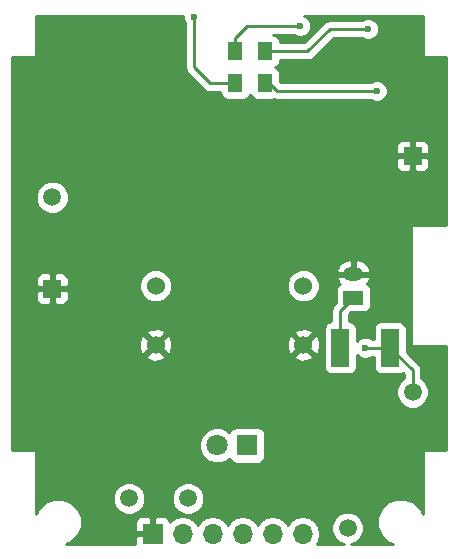
<source format=gbr>
G04 #@! TF.FileFunction,Copper,L2,Bot,Signal*
%FSLAX46Y46*%
G04 Gerber Fmt 4.6, Leading zero omitted, Abs format (unit mm)*
G04 Created by KiCad (PCBNEW 4.0.7-e2-6376~58~ubuntu16.04.1) date Sun Nov  4 15:38:29 2018*
%MOMM*%
%LPD*%
G01*
G04 APERTURE LIST*
%ADD10C,0.100000*%
%ADD11R,1.700000X1.200000*%
%ADD12O,1.700000X1.200000*%
%ADD13R,1.500000X3.200000*%
%ADD14R,1.800000X1.800000*%
%ADD15C,1.800000*%
%ADD16R,1.700000X1.700000*%
%ADD17O,1.700000X1.700000*%
%ADD18C,1.524000*%
%ADD19R,1.300000X1.500000*%
%ADD20R,1.500000X1.500000*%
%ADD21C,1.500000*%
%ADD22C,0.600000*%
%ADD23C,0.250000*%
%ADD24C,0.254000*%
G04 APERTURE END LIST*
D10*
D11*
X111000000Y-97000000D03*
D12*
X111000000Y-95000000D03*
D13*
X114100000Y-101250000D03*
X109900000Y-101250000D03*
D14*
X102000000Y-109500000D03*
D15*
X99460000Y-109500000D03*
D16*
X94000000Y-117000000D03*
D17*
X96540000Y-117000000D03*
X99080000Y-117000000D03*
X101620000Y-117000000D03*
X104160000Y-117000000D03*
X106700000Y-117000000D03*
D18*
X106750000Y-96000000D03*
X94250000Y-96000000D03*
X94250000Y-101000000D03*
X106750000Y-101000000D03*
D19*
X103500000Y-76150000D03*
X103500000Y-78850000D03*
X101000000Y-78850000D03*
X101000000Y-76150000D03*
D20*
X116000000Y-85000000D03*
D21*
X92000000Y-114000000D03*
D20*
X85500000Y-96250000D03*
D21*
X85500000Y-88500000D03*
X116000000Y-105000000D03*
X110500000Y-116500000D03*
X97000000Y-114000000D03*
D22*
X93250000Y-107750000D03*
X108000000Y-112500000D03*
X111000000Y-92000000D03*
X106000000Y-108000000D03*
X106000000Y-90000000D03*
X112000000Y-101250000D03*
X113000000Y-79500000D03*
X106500000Y-74000000D03*
X112250000Y-74250000D03*
X97500000Y-73250000D03*
D23*
X116000000Y-105000000D02*
X116000000Y-103150000D01*
X116000000Y-103150000D02*
X114100000Y-101250000D01*
X114100000Y-101250000D02*
X112000000Y-101250000D01*
X103500000Y-78850000D02*
X103850000Y-78850000D01*
X103850000Y-78850000D02*
X104500000Y-79500000D01*
X104500000Y-79500000D02*
X113000000Y-79500000D01*
X101000000Y-76150000D02*
X101000000Y-75000000D01*
X102000000Y-74000000D02*
X106500000Y-74000000D01*
X101000000Y-75000000D02*
X102000000Y-74000000D01*
X109900000Y-101250000D02*
X109900000Y-98100000D01*
X109900000Y-98100000D02*
X111000000Y-97000000D01*
X107100000Y-76150000D02*
X103500000Y-76150000D01*
X109000000Y-74250000D02*
X107100000Y-76150000D01*
X112250000Y-74250000D02*
X109000000Y-74250000D01*
X98850000Y-78850000D02*
X101000000Y-78850000D01*
X97500000Y-77500000D02*
X98850000Y-78850000D01*
X97500000Y-73250000D02*
X97500000Y-77500000D01*
D24*
G36*
X96564838Y-73435167D02*
X96706883Y-73778943D01*
X96740000Y-73812118D01*
X96740000Y-77500000D01*
X96797852Y-77790839D01*
X96962599Y-78037401D01*
X98312599Y-79387401D01*
X98559160Y-79552148D01*
X98850000Y-79610000D01*
X99704442Y-79610000D01*
X99746838Y-79835317D01*
X99885910Y-80051441D01*
X100098110Y-80196431D01*
X100350000Y-80247440D01*
X101650000Y-80247440D01*
X101885317Y-80203162D01*
X102101441Y-80064090D01*
X102246431Y-79851890D01*
X102249081Y-79838803D01*
X102385910Y-80051441D01*
X102598110Y-80196431D01*
X102850000Y-80247440D01*
X104150000Y-80247440D01*
X104297412Y-80219702D01*
X104500000Y-80260000D01*
X112437537Y-80260000D01*
X112469673Y-80292192D01*
X112813201Y-80434838D01*
X113185167Y-80435162D01*
X113528943Y-80293117D01*
X113792192Y-80030327D01*
X113934838Y-79686799D01*
X113935162Y-79314833D01*
X113793117Y-78971057D01*
X113530327Y-78707808D01*
X113186799Y-78565162D01*
X112814833Y-78564838D01*
X112471057Y-78706883D01*
X112437882Y-78740000D01*
X104814802Y-78740000D01*
X104797440Y-78722638D01*
X104797440Y-78100000D01*
X104753162Y-77864683D01*
X104614090Y-77648559D01*
X104401890Y-77503569D01*
X104388803Y-77500919D01*
X104601441Y-77364090D01*
X104746431Y-77151890D01*
X104795415Y-76910000D01*
X107100000Y-76910000D01*
X107390839Y-76852148D01*
X107637401Y-76687401D01*
X109314802Y-75010000D01*
X111687537Y-75010000D01*
X111719673Y-75042192D01*
X112063201Y-75184838D01*
X112435167Y-75185162D01*
X112778943Y-75043117D01*
X113042192Y-74780327D01*
X113184838Y-74436799D01*
X113185162Y-74064833D01*
X113043117Y-73721057D01*
X112780327Y-73457808D01*
X112436799Y-73315162D01*
X112064833Y-73314838D01*
X111721057Y-73456883D01*
X111687882Y-73490000D01*
X109000000Y-73490000D01*
X108709161Y-73547852D01*
X108462599Y-73712599D01*
X106785198Y-75390000D01*
X104795558Y-75390000D01*
X104753162Y-75164683D01*
X104614090Y-74948559D01*
X104401890Y-74803569D01*
X104186740Y-74760000D01*
X105937537Y-74760000D01*
X105969673Y-74792192D01*
X106313201Y-74934838D01*
X106685167Y-74935162D01*
X107028943Y-74793117D01*
X107292192Y-74530327D01*
X107434838Y-74186799D01*
X107435162Y-73814833D01*
X107293117Y-73471057D01*
X107030327Y-73207808D01*
X106835721Y-73127000D01*
X116873000Y-73127000D01*
X116873000Y-76500000D01*
X116883006Y-76549410D01*
X116911447Y-76591035D01*
X116953841Y-76618315D01*
X117000000Y-76627000D01*
X118873000Y-76627000D01*
X118873000Y-90873000D01*
X116000000Y-90873000D01*
X115950590Y-90883006D01*
X115908965Y-90911447D01*
X115881685Y-90953841D01*
X115873000Y-91000000D01*
X115873000Y-101000000D01*
X115883006Y-101049410D01*
X115911447Y-101091035D01*
X115953841Y-101118315D01*
X116000000Y-101127000D01*
X118873000Y-101127000D01*
X118873000Y-109873000D01*
X117000000Y-109873000D01*
X116950590Y-109883006D01*
X116908965Y-109911447D01*
X116881685Y-109953841D01*
X116873000Y-110000000D01*
X116873000Y-115335000D01*
X116683782Y-114877057D01*
X116125880Y-114318181D01*
X115396573Y-114015346D01*
X114606891Y-114014657D01*
X113877057Y-114316218D01*
X113318181Y-114874120D01*
X113015346Y-115603427D01*
X113014657Y-116393109D01*
X113316218Y-117122943D01*
X113874120Y-117681819D01*
X114334535Y-117873000D01*
X110803908Y-117873000D01*
X111283515Y-117674831D01*
X111673461Y-117285564D01*
X111884759Y-116776702D01*
X111885240Y-116225715D01*
X111674831Y-115716485D01*
X111285564Y-115326539D01*
X110776702Y-115115241D01*
X110225715Y-115114760D01*
X109716485Y-115325169D01*
X109326539Y-115714436D01*
X109115241Y-116223298D01*
X109114760Y-116774285D01*
X109325169Y-117283515D01*
X109714436Y-117673461D01*
X110194979Y-117873000D01*
X107887797Y-117873000D01*
X108071961Y-117597378D01*
X108185000Y-117029093D01*
X108185000Y-116970907D01*
X108071961Y-116402622D01*
X107750054Y-115920853D01*
X107268285Y-115598946D01*
X106700000Y-115485907D01*
X106131715Y-115598946D01*
X105649946Y-115920853D01*
X105430000Y-116250026D01*
X105210054Y-115920853D01*
X104728285Y-115598946D01*
X104160000Y-115485907D01*
X103591715Y-115598946D01*
X103109946Y-115920853D01*
X102890000Y-116250026D01*
X102670054Y-115920853D01*
X102188285Y-115598946D01*
X101620000Y-115485907D01*
X101051715Y-115598946D01*
X100569946Y-115920853D01*
X100350000Y-116250026D01*
X100130054Y-115920853D01*
X99648285Y-115598946D01*
X99080000Y-115485907D01*
X98511715Y-115598946D01*
X98029946Y-115920853D01*
X97810000Y-116250026D01*
X97590054Y-115920853D01*
X97108285Y-115598946D01*
X96540000Y-115485907D01*
X95971715Y-115598946D01*
X95489946Y-115920853D01*
X95460597Y-115964777D01*
X95388327Y-115790302D01*
X95209699Y-115611673D01*
X94976310Y-115515000D01*
X94285750Y-115515000D01*
X94127000Y-115673750D01*
X94127000Y-116873000D01*
X94147000Y-116873000D01*
X94147000Y-117127000D01*
X94127000Y-117127000D01*
X94127000Y-117147000D01*
X93873000Y-117147000D01*
X93873000Y-117127000D01*
X92673750Y-117127000D01*
X92515000Y-117285750D01*
X92515000Y-117873000D01*
X86665000Y-117873000D01*
X87122943Y-117683782D01*
X87681819Y-117125880D01*
X87984654Y-116396573D01*
X87984979Y-116023691D01*
X92515000Y-116023691D01*
X92515000Y-116714250D01*
X92673750Y-116873000D01*
X93873000Y-116873000D01*
X93873000Y-115673750D01*
X93714250Y-115515000D01*
X93023690Y-115515000D01*
X92790301Y-115611673D01*
X92611673Y-115790302D01*
X92515000Y-116023691D01*
X87984979Y-116023691D01*
X87985343Y-115606891D01*
X87683782Y-114877057D01*
X87125880Y-114318181D01*
X87020167Y-114274285D01*
X90614760Y-114274285D01*
X90825169Y-114783515D01*
X91214436Y-115173461D01*
X91723298Y-115384759D01*
X92274285Y-115385240D01*
X92783515Y-115174831D01*
X93173461Y-114785564D01*
X93384759Y-114276702D01*
X93384761Y-114274285D01*
X95614760Y-114274285D01*
X95825169Y-114783515D01*
X96214436Y-115173461D01*
X96723298Y-115384759D01*
X97274285Y-115385240D01*
X97783515Y-115174831D01*
X98173461Y-114785564D01*
X98384759Y-114276702D01*
X98385240Y-113725715D01*
X98174831Y-113216485D01*
X97785564Y-112826539D01*
X97276702Y-112615241D01*
X96725715Y-112614760D01*
X96216485Y-112825169D01*
X95826539Y-113214436D01*
X95615241Y-113723298D01*
X95614760Y-114274285D01*
X93384761Y-114274285D01*
X93385240Y-113725715D01*
X93174831Y-113216485D01*
X92785564Y-112826539D01*
X92276702Y-112615241D01*
X91725715Y-112614760D01*
X91216485Y-112825169D01*
X90826539Y-113214436D01*
X90615241Y-113723298D01*
X90614760Y-114274285D01*
X87020167Y-114274285D01*
X86396573Y-114015346D01*
X85606891Y-114014657D01*
X84877057Y-114316218D01*
X84318181Y-114874120D01*
X84127000Y-115334535D01*
X84127000Y-110000000D01*
X84116994Y-109950590D01*
X84088553Y-109908965D01*
X84046159Y-109881685D01*
X84000000Y-109873000D01*
X82127000Y-109873000D01*
X82127000Y-109803991D01*
X97924735Y-109803991D01*
X98157932Y-110368371D01*
X98589357Y-110800551D01*
X99153330Y-111034733D01*
X99763991Y-111035265D01*
X100328371Y-110802068D01*
X100496613Y-110634120D01*
X100496838Y-110635317D01*
X100635910Y-110851441D01*
X100848110Y-110996431D01*
X101100000Y-111047440D01*
X102900000Y-111047440D01*
X103135317Y-111003162D01*
X103351441Y-110864090D01*
X103496431Y-110651890D01*
X103547440Y-110400000D01*
X103547440Y-108600000D01*
X103503162Y-108364683D01*
X103364090Y-108148559D01*
X103151890Y-108003569D01*
X102900000Y-107952560D01*
X101100000Y-107952560D01*
X100864683Y-107996838D01*
X100648559Y-108135910D01*
X100503569Y-108348110D01*
X100499433Y-108368534D01*
X100330643Y-108199449D01*
X99766670Y-107965267D01*
X99156009Y-107964735D01*
X98591629Y-108197932D01*
X98159449Y-108629357D01*
X97925267Y-109193330D01*
X97924735Y-109803991D01*
X82127000Y-109803991D01*
X82127000Y-101980213D01*
X93449392Y-101980213D01*
X93518857Y-102222397D01*
X94042302Y-102409144D01*
X94597368Y-102381362D01*
X94981143Y-102222397D01*
X95050608Y-101980213D01*
X105949392Y-101980213D01*
X106018857Y-102222397D01*
X106542302Y-102409144D01*
X107097368Y-102381362D01*
X107481143Y-102222397D01*
X107550608Y-101980213D01*
X106750000Y-101179605D01*
X105949392Y-101980213D01*
X95050608Y-101980213D01*
X94250000Y-101179605D01*
X93449392Y-101980213D01*
X82127000Y-101980213D01*
X82127000Y-100792302D01*
X92840856Y-100792302D01*
X92868638Y-101347368D01*
X93027603Y-101731143D01*
X93269787Y-101800608D01*
X94070395Y-101000000D01*
X94429605Y-101000000D01*
X95230213Y-101800608D01*
X95472397Y-101731143D01*
X95659144Y-101207698D01*
X95638353Y-100792302D01*
X105340856Y-100792302D01*
X105368638Y-101347368D01*
X105527603Y-101731143D01*
X105769787Y-101800608D01*
X106570395Y-101000000D01*
X106929605Y-101000000D01*
X107730213Y-101800608D01*
X107972397Y-101731143D01*
X108159144Y-101207698D01*
X108131362Y-100652632D01*
X107972397Y-100268857D01*
X107730213Y-100199392D01*
X106929605Y-101000000D01*
X106570395Y-101000000D01*
X105769787Y-100199392D01*
X105527603Y-100268857D01*
X105340856Y-100792302D01*
X95638353Y-100792302D01*
X95631362Y-100652632D01*
X95472397Y-100268857D01*
X95230213Y-100199392D01*
X94429605Y-101000000D01*
X94070395Y-101000000D01*
X93269787Y-100199392D01*
X93027603Y-100268857D01*
X92840856Y-100792302D01*
X82127000Y-100792302D01*
X82127000Y-100019787D01*
X93449392Y-100019787D01*
X94250000Y-100820395D01*
X95050608Y-100019787D01*
X105949392Y-100019787D01*
X106750000Y-100820395D01*
X107550608Y-100019787D01*
X107481143Y-99777603D01*
X107123477Y-99650000D01*
X108502560Y-99650000D01*
X108502560Y-102850000D01*
X108546838Y-103085317D01*
X108685910Y-103301441D01*
X108898110Y-103446431D01*
X109150000Y-103497440D01*
X110650000Y-103497440D01*
X110885317Y-103453162D01*
X111101441Y-103314090D01*
X111246431Y-103101890D01*
X111297440Y-102850000D01*
X111297440Y-101869658D01*
X111469673Y-102042192D01*
X111813201Y-102184838D01*
X112185167Y-102185162D01*
X112528943Y-102043117D01*
X112562118Y-102010000D01*
X112702560Y-102010000D01*
X112702560Y-102850000D01*
X112746838Y-103085317D01*
X112885910Y-103301441D01*
X113098110Y-103446431D01*
X113350000Y-103497440D01*
X114850000Y-103497440D01*
X115085317Y-103453162D01*
X115172354Y-103397156D01*
X115240000Y-103464802D01*
X115240000Y-103815453D01*
X115216485Y-103825169D01*
X114826539Y-104214436D01*
X114615241Y-104723298D01*
X114614760Y-105274285D01*
X114825169Y-105783515D01*
X115214436Y-106173461D01*
X115723298Y-106384759D01*
X116274285Y-106385240D01*
X116783515Y-106174831D01*
X117173461Y-105785564D01*
X117384759Y-105276702D01*
X117385240Y-104725715D01*
X117174831Y-104216485D01*
X116785564Y-103826539D01*
X116760000Y-103815924D01*
X116760000Y-103150000D01*
X116702148Y-102859161D01*
X116537401Y-102612599D01*
X115497440Y-101572638D01*
X115497440Y-99650000D01*
X115453162Y-99414683D01*
X115314090Y-99198559D01*
X115101890Y-99053569D01*
X114850000Y-99002560D01*
X113350000Y-99002560D01*
X113114683Y-99046838D01*
X112898559Y-99185910D01*
X112753569Y-99398110D01*
X112702560Y-99650000D01*
X112702560Y-100490000D01*
X112562463Y-100490000D01*
X112530327Y-100457808D01*
X112186799Y-100315162D01*
X111814833Y-100314838D01*
X111471057Y-100456883D01*
X111297440Y-100630197D01*
X111297440Y-99650000D01*
X111253162Y-99414683D01*
X111114090Y-99198559D01*
X110901890Y-99053569D01*
X110660000Y-99004585D01*
X110660000Y-98414802D01*
X110827362Y-98247440D01*
X111850000Y-98247440D01*
X112085317Y-98203162D01*
X112301441Y-98064090D01*
X112446431Y-97851890D01*
X112497440Y-97600000D01*
X112497440Y-96400000D01*
X112453162Y-96164683D01*
X112314090Y-95948559D01*
X112161691Y-95844429D01*
X112181933Y-95829125D01*
X112428286Y-95409376D01*
X112443462Y-95317609D01*
X112318731Y-95127000D01*
X111127000Y-95127000D01*
X111127000Y-95147000D01*
X110873000Y-95147000D01*
X110873000Y-95127000D01*
X109681269Y-95127000D01*
X109556538Y-95317609D01*
X109571714Y-95409376D01*
X109818067Y-95829125D01*
X109839420Y-95845269D01*
X109698559Y-95935910D01*
X109553569Y-96148110D01*
X109502560Y-96400000D01*
X109502560Y-97422638D01*
X109362599Y-97562599D01*
X109197852Y-97809161D01*
X109140000Y-98100000D01*
X109140000Y-99004442D01*
X108914683Y-99046838D01*
X108698559Y-99185910D01*
X108553569Y-99398110D01*
X108502560Y-99650000D01*
X107123477Y-99650000D01*
X106957698Y-99590856D01*
X106402632Y-99618638D01*
X106018857Y-99777603D01*
X105949392Y-100019787D01*
X95050608Y-100019787D01*
X94981143Y-99777603D01*
X94457698Y-99590856D01*
X93902632Y-99618638D01*
X93518857Y-99777603D01*
X93449392Y-100019787D01*
X82127000Y-100019787D01*
X82127000Y-96535750D01*
X84115000Y-96535750D01*
X84115000Y-97126310D01*
X84211673Y-97359699D01*
X84390302Y-97538327D01*
X84623691Y-97635000D01*
X85214250Y-97635000D01*
X85373000Y-97476250D01*
X85373000Y-96377000D01*
X85627000Y-96377000D01*
X85627000Y-97476250D01*
X85785750Y-97635000D01*
X86376309Y-97635000D01*
X86609698Y-97538327D01*
X86788327Y-97359699D01*
X86885000Y-97126310D01*
X86885000Y-96535750D01*
X86726250Y-96377000D01*
X85627000Y-96377000D01*
X85373000Y-96377000D01*
X84273750Y-96377000D01*
X84115000Y-96535750D01*
X82127000Y-96535750D01*
X82127000Y-96276661D01*
X92852758Y-96276661D01*
X93064990Y-96790303D01*
X93457630Y-97183629D01*
X93970900Y-97396757D01*
X94526661Y-97397242D01*
X95040303Y-97185010D01*
X95433629Y-96792370D01*
X95646757Y-96279100D01*
X95646759Y-96276661D01*
X105352758Y-96276661D01*
X105564990Y-96790303D01*
X105957630Y-97183629D01*
X106470900Y-97396757D01*
X107026661Y-97397242D01*
X107540303Y-97185010D01*
X107933629Y-96792370D01*
X108146757Y-96279100D01*
X108147242Y-95723339D01*
X107935010Y-95209697D01*
X107542370Y-94816371D01*
X107219710Y-94682391D01*
X109556538Y-94682391D01*
X109681269Y-94873000D01*
X110873000Y-94873000D01*
X110873000Y-93917453D01*
X111127000Y-93917453D01*
X111127000Y-94873000D01*
X112318731Y-94873000D01*
X112443462Y-94682391D01*
X112428286Y-94590624D01*
X112181933Y-94170875D01*
X111793701Y-93877353D01*
X111322696Y-93754744D01*
X111127000Y-93917453D01*
X110873000Y-93917453D01*
X110677304Y-93754744D01*
X110206299Y-93877353D01*
X109818067Y-94170875D01*
X109571714Y-94590624D01*
X109556538Y-94682391D01*
X107219710Y-94682391D01*
X107029100Y-94603243D01*
X106473339Y-94602758D01*
X105959697Y-94814990D01*
X105566371Y-95207630D01*
X105353243Y-95720900D01*
X105352758Y-96276661D01*
X95646759Y-96276661D01*
X95647242Y-95723339D01*
X95435010Y-95209697D01*
X95042370Y-94816371D01*
X94529100Y-94603243D01*
X93973339Y-94602758D01*
X93459697Y-94814990D01*
X93066371Y-95207630D01*
X92853243Y-95720900D01*
X92852758Y-96276661D01*
X82127000Y-96276661D01*
X82127000Y-95373690D01*
X84115000Y-95373690D01*
X84115000Y-95964250D01*
X84273750Y-96123000D01*
X85373000Y-96123000D01*
X85373000Y-95023750D01*
X85627000Y-95023750D01*
X85627000Y-96123000D01*
X86726250Y-96123000D01*
X86885000Y-95964250D01*
X86885000Y-95373690D01*
X86788327Y-95140301D01*
X86609698Y-94961673D01*
X86376309Y-94865000D01*
X85785750Y-94865000D01*
X85627000Y-95023750D01*
X85373000Y-95023750D01*
X85214250Y-94865000D01*
X84623691Y-94865000D01*
X84390302Y-94961673D01*
X84211673Y-95140301D01*
X84115000Y-95373690D01*
X82127000Y-95373690D01*
X82127000Y-88774285D01*
X84114760Y-88774285D01*
X84325169Y-89283515D01*
X84714436Y-89673461D01*
X85223298Y-89884759D01*
X85774285Y-89885240D01*
X86283515Y-89674831D01*
X86673461Y-89285564D01*
X86884759Y-88776702D01*
X86885240Y-88225715D01*
X86674831Y-87716485D01*
X86285564Y-87326539D01*
X85776702Y-87115241D01*
X85225715Y-87114760D01*
X84716485Y-87325169D01*
X84326539Y-87714436D01*
X84115241Y-88223298D01*
X84114760Y-88774285D01*
X82127000Y-88774285D01*
X82127000Y-85285750D01*
X114615000Y-85285750D01*
X114615000Y-85876310D01*
X114711673Y-86109699D01*
X114890302Y-86288327D01*
X115123691Y-86385000D01*
X115714250Y-86385000D01*
X115873000Y-86226250D01*
X115873000Y-85127000D01*
X116127000Y-85127000D01*
X116127000Y-86226250D01*
X116285750Y-86385000D01*
X116876309Y-86385000D01*
X117109698Y-86288327D01*
X117288327Y-86109699D01*
X117385000Y-85876310D01*
X117385000Y-85285750D01*
X117226250Y-85127000D01*
X116127000Y-85127000D01*
X115873000Y-85127000D01*
X114773750Y-85127000D01*
X114615000Y-85285750D01*
X82127000Y-85285750D01*
X82127000Y-84123690D01*
X114615000Y-84123690D01*
X114615000Y-84714250D01*
X114773750Y-84873000D01*
X115873000Y-84873000D01*
X115873000Y-83773750D01*
X116127000Y-83773750D01*
X116127000Y-84873000D01*
X117226250Y-84873000D01*
X117385000Y-84714250D01*
X117385000Y-84123690D01*
X117288327Y-83890301D01*
X117109698Y-83711673D01*
X116876309Y-83615000D01*
X116285750Y-83615000D01*
X116127000Y-83773750D01*
X115873000Y-83773750D01*
X115714250Y-83615000D01*
X115123691Y-83615000D01*
X114890302Y-83711673D01*
X114711673Y-83890301D01*
X114615000Y-84123690D01*
X82127000Y-84123690D01*
X82127000Y-76627000D01*
X84000000Y-76627000D01*
X84049410Y-76616994D01*
X84091035Y-76588553D01*
X84118315Y-76546159D01*
X84127000Y-76500000D01*
X84127000Y-73127000D01*
X96565106Y-73127000D01*
X96564838Y-73435167D01*
X96564838Y-73435167D01*
G37*
X96564838Y-73435167D02*
X96706883Y-73778943D01*
X96740000Y-73812118D01*
X96740000Y-77500000D01*
X96797852Y-77790839D01*
X96962599Y-78037401D01*
X98312599Y-79387401D01*
X98559160Y-79552148D01*
X98850000Y-79610000D01*
X99704442Y-79610000D01*
X99746838Y-79835317D01*
X99885910Y-80051441D01*
X100098110Y-80196431D01*
X100350000Y-80247440D01*
X101650000Y-80247440D01*
X101885317Y-80203162D01*
X102101441Y-80064090D01*
X102246431Y-79851890D01*
X102249081Y-79838803D01*
X102385910Y-80051441D01*
X102598110Y-80196431D01*
X102850000Y-80247440D01*
X104150000Y-80247440D01*
X104297412Y-80219702D01*
X104500000Y-80260000D01*
X112437537Y-80260000D01*
X112469673Y-80292192D01*
X112813201Y-80434838D01*
X113185167Y-80435162D01*
X113528943Y-80293117D01*
X113792192Y-80030327D01*
X113934838Y-79686799D01*
X113935162Y-79314833D01*
X113793117Y-78971057D01*
X113530327Y-78707808D01*
X113186799Y-78565162D01*
X112814833Y-78564838D01*
X112471057Y-78706883D01*
X112437882Y-78740000D01*
X104814802Y-78740000D01*
X104797440Y-78722638D01*
X104797440Y-78100000D01*
X104753162Y-77864683D01*
X104614090Y-77648559D01*
X104401890Y-77503569D01*
X104388803Y-77500919D01*
X104601441Y-77364090D01*
X104746431Y-77151890D01*
X104795415Y-76910000D01*
X107100000Y-76910000D01*
X107390839Y-76852148D01*
X107637401Y-76687401D01*
X109314802Y-75010000D01*
X111687537Y-75010000D01*
X111719673Y-75042192D01*
X112063201Y-75184838D01*
X112435167Y-75185162D01*
X112778943Y-75043117D01*
X113042192Y-74780327D01*
X113184838Y-74436799D01*
X113185162Y-74064833D01*
X113043117Y-73721057D01*
X112780327Y-73457808D01*
X112436799Y-73315162D01*
X112064833Y-73314838D01*
X111721057Y-73456883D01*
X111687882Y-73490000D01*
X109000000Y-73490000D01*
X108709161Y-73547852D01*
X108462599Y-73712599D01*
X106785198Y-75390000D01*
X104795558Y-75390000D01*
X104753162Y-75164683D01*
X104614090Y-74948559D01*
X104401890Y-74803569D01*
X104186740Y-74760000D01*
X105937537Y-74760000D01*
X105969673Y-74792192D01*
X106313201Y-74934838D01*
X106685167Y-74935162D01*
X107028943Y-74793117D01*
X107292192Y-74530327D01*
X107434838Y-74186799D01*
X107435162Y-73814833D01*
X107293117Y-73471057D01*
X107030327Y-73207808D01*
X106835721Y-73127000D01*
X116873000Y-73127000D01*
X116873000Y-76500000D01*
X116883006Y-76549410D01*
X116911447Y-76591035D01*
X116953841Y-76618315D01*
X117000000Y-76627000D01*
X118873000Y-76627000D01*
X118873000Y-90873000D01*
X116000000Y-90873000D01*
X115950590Y-90883006D01*
X115908965Y-90911447D01*
X115881685Y-90953841D01*
X115873000Y-91000000D01*
X115873000Y-101000000D01*
X115883006Y-101049410D01*
X115911447Y-101091035D01*
X115953841Y-101118315D01*
X116000000Y-101127000D01*
X118873000Y-101127000D01*
X118873000Y-109873000D01*
X117000000Y-109873000D01*
X116950590Y-109883006D01*
X116908965Y-109911447D01*
X116881685Y-109953841D01*
X116873000Y-110000000D01*
X116873000Y-115335000D01*
X116683782Y-114877057D01*
X116125880Y-114318181D01*
X115396573Y-114015346D01*
X114606891Y-114014657D01*
X113877057Y-114316218D01*
X113318181Y-114874120D01*
X113015346Y-115603427D01*
X113014657Y-116393109D01*
X113316218Y-117122943D01*
X113874120Y-117681819D01*
X114334535Y-117873000D01*
X110803908Y-117873000D01*
X111283515Y-117674831D01*
X111673461Y-117285564D01*
X111884759Y-116776702D01*
X111885240Y-116225715D01*
X111674831Y-115716485D01*
X111285564Y-115326539D01*
X110776702Y-115115241D01*
X110225715Y-115114760D01*
X109716485Y-115325169D01*
X109326539Y-115714436D01*
X109115241Y-116223298D01*
X109114760Y-116774285D01*
X109325169Y-117283515D01*
X109714436Y-117673461D01*
X110194979Y-117873000D01*
X107887797Y-117873000D01*
X108071961Y-117597378D01*
X108185000Y-117029093D01*
X108185000Y-116970907D01*
X108071961Y-116402622D01*
X107750054Y-115920853D01*
X107268285Y-115598946D01*
X106700000Y-115485907D01*
X106131715Y-115598946D01*
X105649946Y-115920853D01*
X105430000Y-116250026D01*
X105210054Y-115920853D01*
X104728285Y-115598946D01*
X104160000Y-115485907D01*
X103591715Y-115598946D01*
X103109946Y-115920853D01*
X102890000Y-116250026D01*
X102670054Y-115920853D01*
X102188285Y-115598946D01*
X101620000Y-115485907D01*
X101051715Y-115598946D01*
X100569946Y-115920853D01*
X100350000Y-116250026D01*
X100130054Y-115920853D01*
X99648285Y-115598946D01*
X99080000Y-115485907D01*
X98511715Y-115598946D01*
X98029946Y-115920853D01*
X97810000Y-116250026D01*
X97590054Y-115920853D01*
X97108285Y-115598946D01*
X96540000Y-115485907D01*
X95971715Y-115598946D01*
X95489946Y-115920853D01*
X95460597Y-115964777D01*
X95388327Y-115790302D01*
X95209699Y-115611673D01*
X94976310Y-115515000D01*
X94285750Y-115515000D01*
X94127000Y-115673750D01*
X94127000Y-116873000D01*
X94147000Y-116873000D01*
X94147000Y-117127000D01*
X94127000Y-117127000D01*
X94127000Y-117147000D01*
X93873000Y-117147000D01*
X93873000Y-117127000D01*
X92673750Y-117127000D01*
X92515000Y-117285750D01*
X92515000Y-117873000D01*
X86665000Y-117873000D01*
X87122943Y-117683782D01*
X87681819Y-117125880D01*
X87984654Y-116396573D01*
X87984979Y-116023691D01*
X92515000Y-116023691D01*
X92515000Y-116714250D01*
X92673750Y-116873000D01*
X93873000Y-116873000D01*
X93873000Y-115673750D01*
X93714250Y-115515000D01*
X93023690Y-115515000D01*
X92790301Y-115611673D01*
X92611673Y-115790302D01*
X92515000Y-116023691D01*
X87984979Y-116023691D01*
X87985343Y-115606891D01*
X87683782Y-114877057D01*
X87125880Y-114318181D01*
X87020167Y-114274285D01*
X90614760Y-114274285D01*
X90825169Y-114783515D01*
X91214436Y-115173461D01*
X91723298Y-115384759D01*
X92274285Y-115385240D01*
X92783515Y-115174831D01*
X93173461Y-114785564D01*
X93384759Y-114276702D01*
X93384761Y-114274285D01*
X95614760Y-114274285D01*
X95825169Y-114783515D01*
X96214436Y-115173461D01*
X96723298Y-115384759D01*
X97274285Y-115385240D01*
X97783515Y-115174831D01*
X98173461Y-114785564D01*
X98384759Y-114276702D01*
X98385240Y-113725715D01*
X98174831Y-113216485D01*
X97785564Y-112826539D01*
X97276702Y-112615241D01*
X96725715Y-112614760D01*
X96216485Y-112825169D01*
X95826539Y-113214436D01*
X95615241Y-113723298D01*
X95614760Y-114274285D01*
X93384761Y-114274285D01*
X93385240Y-113725715D01*
X93174831Y-113216485D01*
X92785564Y-112826539D01*
X92276702Y-112615241D01*
X91725715Y-112614760D01*
X91216485Y-112825169D01*
X90826539Y-113214436D01*
X90615241Y-113723298D01*
X90614760Y-114274285D01*
X87020167Y-114274285D01*
X86396573Y-114015346D01*
X85606891Y-114014657D01*
X84877057Y-114316218D01*
X84318181Y-114874120D01*
X84127000Y-115334535D01*
X84127000Y-110000000D01*
X84116994Y-109950590D01*
X84088553Y-109908965D01*
X84046159Y-109881685D01*
X84000000Y-109873000D01*
X82127000Y-109873000D01*
X82127000Y-109803991D01*
X97924735Y-109803991D01*
X98157932Y-110368371D01*
X98589357Y-110800551D01*
X99153330Y-111034733D01*
X99763991Y-111035265D01*
X100328371Y-110802068D01*
X100496613Y-110634120D01*
X100496838Y-110635317D01*
X100635910Y-110851441D01*
X100848110Y-110996431D01*
X101100000Y-111047440D01*
X102900000Y-111047440D01*
X103135317Y-111003162D01*
X103351441Y-110864090D01*
X103496431Y-110651890D01*
X103547440Y-110400000D01*
X103547440Y-108600000D01*
X103503162Y-108364683D01*
X103364090Y-108148559D01*
X103151890Y-108003569D01*
X102900000Y-107952560D01*
X101100000Y-107952560D01*
X100864683Y-107996838D01*
X100648559Y-108135910D01*
X100503569Y-108348110D01*
X100499433Y-108368534D01*
X100330643Y-108199449D01*
X99766670Y-107965267D01*
X99156009Y-107964735D01*
X98591629Y-108197932D01*
X98159449Y-108629357D01*
X97925267Y-109193330D01*
X97924735Y-109803991D01*
X82127000Y-109803991D01*
X82127000Y-101980213D01*
X93449392Y-101980213D01*
X93518857Y-102222397D01*
X94042302Y-102409144D01*
X94597368Y-102381362D01*
X94981143Y-102222397D01*
X95050608Y-101980213D01*
X105949392Y-101980213D01*
X106018857Y-102222397D01*
X106542302Y-102409144D01*
X107097368Y-102381362D01*
X107481143Y-102222397D01*
X107550608Y-101980213D01*
X106750000Y-101179605D01*
X105949392Y-101980213D01*
X95050608Y-101980213D01*
X94250000Y-101179605D01*
X93449392Y-101980213D01*
X82127000Y-101980213D01*
X82127000Y-100792302D01*
X92840856Y-100792302D01*
X92868638Y-101347368D01*
X93027603Y-101731143D01*
X93269787Y-101800608D01*
X94070395Y-101000000D01*
X94429605Y-101000000D01*
X95230213Y-101800608D01*
X95472397Y-101731143D01*
X95659144Y-101207698D01*
X95638353Y-100792302D01*
X105340856Y-100792302D01*
X105368638Y-101347368D01*
X105527603Y-101731143D01*
X105769787Y-101800608D01*
X106570395Y-101000000D01*
X106929605Y-101000000D01*
X107730213Y-101800608D01*
X107972397Y-101731143D01*
X108159144Y-101207698D01*
X108131362Y-100652632D01*
X107972397Y-100268857D01*
X107730213Y-100199392D01*
X106929605Y-101000000D01*
X106570395Y-101000000D01*
X105769787Y-100199392D01*
X105527603Y-100268857D01*
X105340856Y-100792302D01*
X95638353Y-100792302D01*
X95631362Y-100652632D01*
X95472397Y-100268857D01*
X95230213Y-100199392D01*
X94429605Y-101000000D01*
X94070395Y-101000000D01*
X93269787Y-100199392D01*
X93027603Y-100268857D01*
X92840856Y-100792302D01*
X82127000Y-100792302D01*
X82127000Y-100019787D01*
X93449392Y-100019787D01*
X94250000Y-100820395D01*
X95050608Y-100019787D01*
X105949392Y-100019787D01*
X106750000Y-100820395D01*
X107550608Y-100019787D01*
X107481143Y-99777603D01*
X107123477Y-99650000D01*
X108502560Y-99650000D01*
X108502560Y-102850000D01*
X108546838Y-103085317D01*
X108685910Y-103301441D01*
X108898110Y-103446431D01*
X109150000Y-103497440D01*
X110650000Y-103497440D01*
X110885317Y-103453162D01*
X111101441Y-103314090D01*
X111246431Y-103101890D01*
X111297440Y-102850000D01*
X111297440Y-101869658D01*
X111469673Y-102042192D01*
X111813201Y-102184838D01*
X112185167Y-102185162D01*
X112528943Y-102043117D01*
X112562118Y-102010000D01*
X112702560Y-102010000D01*
X112702560Y-102850000D01*
X112746838Y-103085317D01*
X112885910Y-103301441D01*
X113098110Y-103446431D01*
X113350000Y-103497440D01*
X114850000Y-103497440D01*
X115085317Y-103453162D01*
X115172354Y-103397156D01*
X115240000Y-103464802D01*
X115240000Y-103815453D01*
X115216485Y-103825169D01*
X114826539Y-104214436D01*
X114615241Y-104723298D01*
X114614760Y-105274285D01*
X114825169Y-105783515D01*
X115214436Y-106173461D01*
X115723298Y-106384759D01*
X116274285Y-106385240D01*
X116783515Y-106174831D01*
X117173461Y-105785564D01*
X117384759Y-105276702D01*
X117385240Y-104725715D01*
X117174831Y-104216485D01*
X116785564Y-103826539D01*
X116760000Y-103815924D01*
X116760000Y-103150000D01*
X116702148Y-102859161D01*
X116537401Y-102612599D01*
X115497440Y-101572638D01*
X115497440Y-99650000D01*
X115453162Y-99414683D01*
X115314090Y-99198559D01*
X115101890Y-99053569D01*
X114850000Y-99002560D01*
X113350000Y-99002560D01*
X113114683Y-99046838D01*
X112898559Y-99185910D01*
X112753569Y-99398110D01*
X112702560Y-99650000D01*
X112702560Y-100490000D01*
X112562463Y-100490000D01*
X112530327Y-100457808D01*
X112186799Y-100315162D01*
X111814833Y-100314838D01*
X111471057Y-100456883D01*
X111297440Y-100630197D01*
X111297440Y-99650000D01*
X111253162Y-99414683D01*
X111114090Y-99198559D01*
X110901890Y-99053569D01*
X110660000Y-99004585D01*
X110660000Y-98414802D01*
X110827362Y-98247440D01*
X111850000Y-98247440D01*
X112085317Y-98203162D01*
X112301441Y-98064090D01*
X112446431Y-97851890D01*
X112497440Y-97600000D01*
X112497440Y-96400000D01*
X112453162Y-96164683D01*
X112314090Y-95948559D01*
X112161691Y-95844429D01*
X112181933Y-95829125D01*
X112428286Y-95409376D01*
X112443462Y-95317609D01*
X112318731Y-95127000D01*
X111127000Y-95127000D01*
X111127000Y-95147000D01*
X110873000Y-95147000D01*
X110873000Y-95127000D01*
X109681269Y-95127000D01*
X109556538Y-95317609D01*
X109571714Y-95409376D01*
X109818067Y-95829125D01*
X109839420Y-95845269D01*
X109698559Y-95935910D01*
X109553569Y-96148110D01*
X109502560Y-96400000D01*
X109502560Y-97422638D01*
X109362599Y-97562599D01*
X109197852Y-97809161D01*
X109140000Y-98100000D01*
X109140000Y-99004442D01*
X108914683Y-99046838D01*
X108698559Y-99185910D01*
X108553569Y-99398110D01*
X108502560Y-99650000D01*
X107123477Y-99650000D01*
X106957698Y-99590856D01*
X106402632Y-99618638D01*
X106018857Y-99777603D01*
X105949392Y-100019787D01*
X95050608Y-100019787D01*
X94981143Y-99777603D01*
X94457698Y-99590856D01*
X93902632Y-99618638D01*
X93518857Y-99777603D01*
X93449392Y-100019787D01*
X82127000Y-100019787D01*
X82127000Y-96535750D01*
X84115000Y-96535750D01*
X84115000Y-97126310D01*
X84211673Y-97359699D01*
X84390302Y-97538327D01*
X84623691Y-97635000D01*
X85214250Y-97635000D01*
X85373000Y-97476250D01*
X85373000Y-96377000D01*
X85627000Y-96377000D01*
X85627000Y-97476250D01*
X85785750Y-97635000D01*
X86376309Y-97635000D01*
X86609698Y-97538327D01*
X86788327Y-97359699D01*
X86885000Y-97126310D01*
X86885000Y-96535750D01*
X86726250Y-96377000D01*
X85627000Y-96377000D01*
X85373000Y-96377000D01*
X84273750Y-96377000D01*
X84115000Y-96535750D01*
X82127000Y-96535750D01*
X82127000Y-96276661D01*
X92852758Y-96276661D01*
X93064990Y-96790303D01*
X93457630Y-97183629D01*
X93970900Y-97396757D01*
X94526661Y-97397242D01*
X95040303Y-97185010D01*
X95433629Y-96792370D01*
X95646757Y-96279100D01*
X95646759Y-96276661D01*
X105352758Y-96276661D01*
X105564990Y-96790303D01*
X105957630Y-97183629D01*
X106470900Y-97396757D01*
X107026661Y-97397242D01*
X107540303Y-97185010D01*
X107933629Y-96792370D01*
X108146757Y-96279100D01*
X108147242Y-95723339D01*
X107935010Y-95209697D01*
X107542370Y-94816371D01*
X107219710Y-94682391D01*
X109556538Y-94682391D01*
X109681269Y-94873000D01*
X110873000Y-94873000D01*
X110873000Y-93917453D01*
X111127000Y-93917453D01*
X111127000Y-94873000D01*
X112318731Y-94873000D01*
X112443462Y-94682391D01*
X112428286Y-94590624D01*
X112181933Y-94170875D01*
X111793701Y-93877353D01*
X111322696Y-93754744D01*
X111127000Y-93917453D01*
X110873000Y-93917453D01*
X110677304Y-93754744D01*
X110206299Y-93877353D01*
X109818067Y-94170875D01*
X109571714Y-94590624D01*
X109556538Y-94682391D01*
X107219710Y-94682391D01*
X107029100Y-94603243D01*
X106473339Y-94602758D01*
X105959697Y-94814990D01*
X105566371Y-95207630D01*
X105353243Y-95720900D01*
X105352758Y-96276661D01*
X95646759Y-96276661D01*
X95647242Y-95723339D01*
X95435010Y-95209697D01*
X95042370Y-94816371D01*
X94529100Y-94603243D01*
X93973339Y-94602758D01*
X93459697Y-94814990D01*
X93066371Y-95207630D01*
X92853243Y-95720900D01*
X92852758Y-96276661D01*
X82127000Y-96276661D01*
X82127000Y-95373690D01*
X84115000Y-95373690D01*
X84115000Y-95964250D01*
X84273750Y-96123000D01*
X85373000Y-96123000D01*
X85373000Y-95023750D01*
X85627000Y-95023750D01*
X85627000Y-96123000D01*
X86726250Y-96123000D01*
X86885000Y-95964250D01*
X86885000Y-95373690D01*
X86788327Y-95140301D01*
X86609698Y-94961673D01*
X86376309Y-94865000D01*
X85785750Y-94865000D01*
X85627000Y-95023750D01*
X85373000Y-95023750D01*
X85214250Y-94865000D01*
X84623691Y-94865000D01*
X84390302Y-94961673D01*
X84211673Y-95140301D01*
X84115000Y-95373690D01*
X82127000Y-95373690D01*
X82127000Y-88774285D01*
X84114760Y-88774285D01*
X84325169Y-89283515D01*
X84714436Y-89673461D01*
X85223298Y-89884759D01*
X85774285Y-89885240D01*
X86283515Y-89674831D01*
X86673461Y-89285564D01*
X86884759Y-88776702D01*
X86885240Y-88225715D01*
X86674831Y-87716485D01*
X86285564Y-87326539D01*
X85776702Y-87115241D01*
X85225715Y-87114760D01*
X84716485Y-87325169D01*
X84326539Y-87714436D01*
X84115241Y-88223298D01*
X84114760Y-88774285D01*
X82127000Y-88774285D01*
X82127000Y-85285750D01*
X114615000Y-85285750D01*
X114615000Y-85876310D01*
X114711673Y-86109699D01*
X114890302Y-86288327D01*
X115123691Y-86385000D01*
X115714250Y-86385000D01*
X115873000Y-86226250D01*
X115873000Y-85127000D01*
X116127000Y-85127000D01*
X116127000Y-86226250D01*
X116285750Y-86385000D01*
X116876309Y-86385000D01*
X117109698Y-86288327D01*
X117288327Y-86109699D01*
X117385000Y-85876310D01*
X117385000Y-85285750D01*
X117226250Y-85127000D01*
X116127000Y-85127000D01*
X115873000Y-85127000D01*
X114773750Y-85127000D01*
X114615000Y-85285750D01*
X82127000Y-85285750D01*
X82127000Y-84123690D01*
X114615000Y-84123690D01*
X114615000Y-84714250D01*
X114773750Y-84873000D01*
X115873000Y-84873000D01*
X115873000Y-83773750D01*
X116127000Y-83773750D01*
X116127000Y-84873000D01*
X117226250Y-84873000D01*
X117385000Y-84714250D01*
X117385000Y-84123690D01*
X117288327Y-83890301D01*
X117109698Y-83711673D01*
X116876309Y-83615000D01*
X116285750Y-83615000D01*
X116127000Y-83773750D01*
X115873000Y-83773750D01*
X115714250Y-83615000D01*
X115123691Y-83615000D01*
X114890302Y-83711673D01*
X114711673Y-83890301D01*
X114615000Y-84123690D01*
X82127000Y-84123690D01*
X82127000Y-76627000D01*
X84000000Y-76627000D01*
X84049410Y-76616994D01*
X84091035Y-76588553D01*
X84118315Y-76546159D01*
X84127000Y-76500000D01*
X84127000Y-73127000D01*
X96565106Y-73127000D01*
X96564838Y-73435167D01*
M02*

</source>
